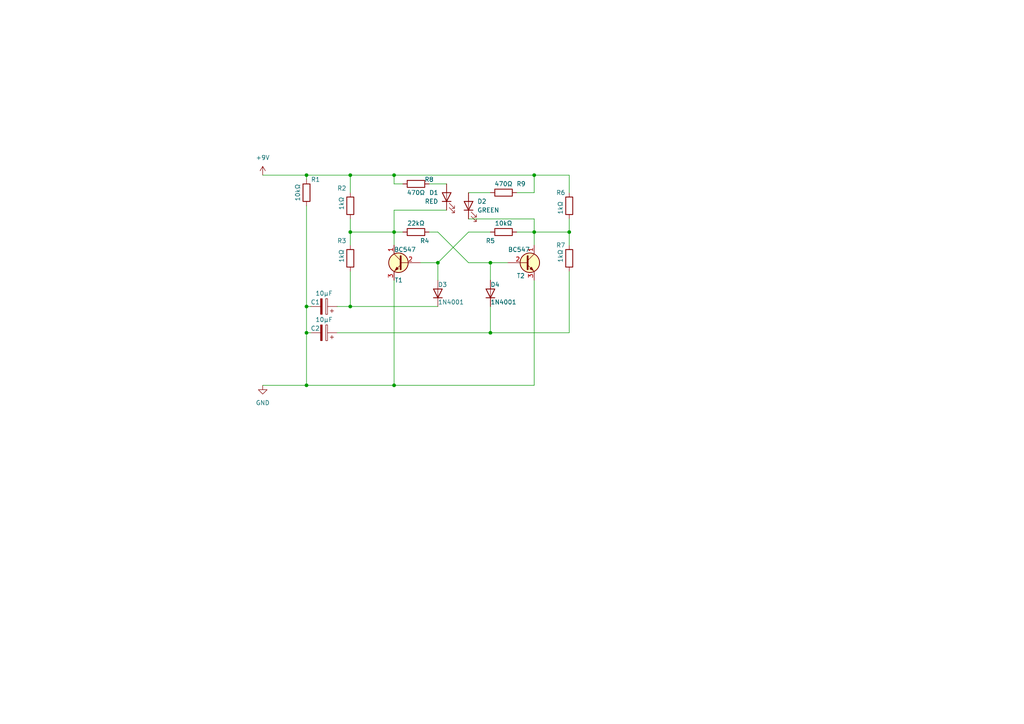
<source format=kicad_sch>
(kicad_sch (version 20230121) (generator eeschema)
  (paper "A4")
  (title_block (title "Semafór") (date "2025-04-02") (rev "1") (company "Piaristicka Stredná Odborná Škola") (comment 3 "Dominik Nagy") (comment 4 "Autor:"))
  (lib_symbols
    (symbol "Device:C_Polarized" (pin_numbers hide) (pin_names (offset 0.254))
      (property "Reference" "C" (at 0.635 2.54 0))
      (property "Value" "C_Polarized" (at 0.635 -2.54 0))
      (symbol "C_Polarized_0_1"
        (rectangle (start -2.286 0.508) (end 2.286 1.016))
        (polyline (pts (xy -1.778 2.286) (xy -0.762 2.286)))
        (polyline (pts (xy -1.27 2.794) (xy -1.27 1.778)))
        (rectangle (start 2.286 -0.508) (end -2.286 -1.016) (fill (type outline)))
      )
      (symbol "C_Polarized_1_1"
        (pin passive line (at 0 3.81 270) (length 2.794) (name "~") (number "1"))
        (pin passive line (at 0 -3.81 90) (length 2.794) (name "~") (number "2"))
      )
    )
    (symbol "Device:LED" (pin_numbers hide) (pin_names (offset 1.016) hide)
      (property "Reference" "D" (at 0 2.54 0))
      (property "Value" "LED" (at 0 -2.54 0))
      (symbol "LED_0_1"
        (polyline (pts (xy -1.27 -1.27) (xy -1.27 1.27)) (stroke (width 0.254)))
        (polyline (pts (xy -1.27 0) (xy 1.27 0)))
        (polyline (pts (xy 1.27 -1.27) (xy 1.27 1.27) (xy -1.27 0) (xy 1.27 -1.27)) (stroke (width 0.254)))
        (polyline (pts (xy -3.048 -0.762) (xy -4.572 -2.286) (xy -3.81 -2.286) (xy -4.572 -2.286) (xy -4.572 -1.524)))
        (polyline (pts (xy -1.778 -0.762) (xy -3.302 -2.286) (xy -2.54 -2.286) (xy -3.302 -2.286) (xy -3.302 -1.524)))
      )
      (symbol "LED_1_1"
        (pin passive line (at -3.81 0 0) (length 2.54) (name "K") (number "1"))
        (pin passive line (at 3.81 0 180) (length 2.54) (name "A") (number "2"))
      )
    )
    (symbol "Device:R" (pin_numbers hide) (pin_names (offset 0))
      (property "Reference" "R" (at 2.032 0 90))
      (property "Value" "R" (at 0 0 90))
      (symbol "R_0_1"
        (rectangle (start -1.016 -2.54) (end 1.016 2.54) (stroke (width 0.254)))
      )
      (symbol "R_1_1"
        (pin passive line (at 0 3.81 270) (length 1.27) (name "~") (number "1"))
        (pin passive line (at 0 -3.81 90) (length 1.27) (name "~") (number "2"))
      )
    )
    (symbol "Diode:1N4001" (pin_numbers hide) (pin_names hide)
      (property "Reference" "D" (at 0 2.54 0))
      (property "Value" "1N4001" (at 0 -2.54 0))
      (symbol "1N4001_0_1"
        (polyline (pts (xy -1.27 1.27) (xy -1.27 -1.27)) (stroke (width 0.254)))
        (polyline (pts (xy 1.27 0) (xy -1.27 0)))
        (polyline (pts (xy 1.27 1.27) (xy 1.27 -1.27) (xy -1.27 0) (xy 1.27 1.27)) (stroke (width 0.254)))
      )
      (symbol "1N4001_1_1"
        (pin passive line (at -3.81 0 0) (length 2.54) (name "K") (number "1"))
        (pin passive line (at 3.81 0 180) (length 2.54) (name "A") (number "2"))
      )
    )
    (symbol "PCM_4ms_Power-symbol:+9V" (power) (pin_names (offset 0))
      (property "Value" "+9V" (at 0 3.556 0))
      (symbol "+9V_0_1"
        (polyline (pts (xy -0.762 1.27) (xy 0 2.54)))
        (polyline (pts (xy 0 0) (xy 0 2.54)))
        (polyline (pts (xy 0 2.54) (xy 0.762 1.27)))
      )
      (symbol "+9V_1_1"
        (pin power_in line (at 0 0 90) (length 0) hide (name "+9V") (number "1"))
      )
    )
    (symbol "PCM_Transistor_BJT_AKL:BC547" (pin_names hide)
      (property "Reference" "Q" (at 5.08 1.27 0))
      (property "Value" "BC547" (at 5.08 -1.27 0))
      (symbol "BC547_0_1"
        (polyline (pts (xy 0.635 0.635) (xy 2.54 2.54)))
        (polyline (pts (xy 0.635 -0.635) (xy 2.54 -2.54) (xy 2.54 -2.54)))
        (polyline (pts (xy 0.635 1.905) (xy 0.635 -1.905) (xy 0.635 -1.905)) (stroke (width 0.508)))
        (polyline (pts (xy 1.27 -1.778) (xy 1.778 -1.27) (xy 2.286 -2.286) (xy 1.27 -1.778) (xy 1.27 -1.778)) (fill (type outline)))
        (circle (center 1.27 0) (radius 2.8194) (stroke (width 0.254)) (fill (type background)))
      )
      (symbol "BC547_1_1"
        (pin passive line (at 2.54 5.08 270) (length 2.54) (name "C") (number "1"))
        (pin input line (at -5.08 0 0) (length 5.715) (name "B") (number "2"))
        (pin passive line (at 2.54 -5.08 90) (length 2.54) (name "E") (number "3"))
      )
    )
    (symbol "power:GND" (power) (pin_names (offset 0))
      (property "Value" "GND" (at 0 -3.81 0))
      (symbol "GND_0_1"
        (polyline (pts (xy 0 0) (xy 0 -1.27) (xy 1.27 -1.27) (xy 0 -2.54) (xy -1.27 -1.27) (xy 0 -1.27)))
      )
      (symbol "GND_1_1"
        (pin power_in line (at 0 0 270) (length 0) hide (name "GND") (number "1"))
      )
    )
  )
  (junction (at 142.24 76.2))
  (junction (at 88.9 111.76))
  (junction (at 88.9 88.9))
  (junction (at 101.6 50.8))
  (junction (at 101.6 88.9))
  (junction (at 114.3 111.76))
  (junction (at 154.94 67.31))
  (junction (at 101.6 67.31))
  (junction (at 154.94 50.8))
  (junction (at 88.9 50.8))
  (junction (at 127 76.2))
  (junction (at 88.9 96.52))
  (junction (at 142.24 96.52))
  (junction (at 114.3 67.31))
  (junction (at 114.3 50.8))
  (junction (at 165.1 67.31))
  (wire (pts (xy 114.3 81.28) (xy 114.3 111.76)))
  (wire (pts (xy 114.3 50.8) (xy 114.3 53.34)))
  (wire (pts (xy 135.89 55.88) (xy 142.24 55.88)))
  (wire (pts (xy 101.6 88.9) (xy 127 88.9)))
  (wire (pts (xy 101.6 78.74) (xy 101.6 88.9)))
  (wire (pts (xy 114.3 111.76) (xy 154.94 111.76)))
  (wire (pts (xy 154.94 67.31) (xy 154.94 71.12)))
  (wire (pts (xy 114.3 50.8) (xy 154.94 50.8)))
  (wire (pts (xy 101.6 67.31) (xy 114.3 67.31)))
  (wire (pts (xy 101.6 50.8) (xy 101.6 55.88)))
  (wire (pts (xy 114.3 53.34) (xy 116.84 53.34)))
  (wire (pts (xy 97.79 88.9) (xy 101.6 88.9)))
  (wire (pts (xy 127 76.2) (xy 127 81.28)))
  (wire (pts (xy 121.92 76.2) (xy 127 76.2)))
  (wire (pts (xy 165.1 67.31) (xy 165.1 71.12)))
  (wire (pts (xy 142.24 88.9) (xy 142.24 96.52)))
  (wire (pts (xy 88.9 88.9) (xy 88.9 96.52)))
  (wire (pts (xy 135.89 67.31) (xy 127 76.2)))
  (wire (pts (xy 124.46 53.34) (xy 129.54 53.34)))
  (wire (pts (xy 88.9 96.52) (xy 88.9 111.76)))
  (wire (pts (xy 165.1 63.5) (xy 165.1 67.31)))
  (wire (pts (xy 88.9 50.8) (xy 101.6 50.8)))
  (wire (pts (xy 142.24 96.52) (xy 165.1 96.52)))
  (wire (pts (xy 165.1 50.8) (xy 165.1 55.88)))
  (wire (pts (xy 149.86 67.31) (xy 154.94 67.31)))
  (wire (pts (xy 76.2 111.76) (xy 88.9 111.76)))
  (wire (pts (xy 154.94 50.8) (xy 154.94 55.88)))
  (wire (pts (xy 101.6 67.31) (xy 101.6 71.12)))
  (wire (pts (xy 149.86 55.88) (xy 154.94 55.88)))
  (wire (pts (xy 88.9 59.69) (xy 88.9 88.9)))
  (wire (pts (xy 142.24 76.2) (xy 147.32 76.2)))
  (wire (pts (xy 135.89 67.31) (xy 142.24 67.31)))
  (wire (pts (xy 88.9 111.76) (xy 114.3 111.76)))
  (wire (pts (xy 76.2 50.8) (xy 88.9 50.8)))
  (wire (pts (xy 154.94 67.31) (xy 165.1 67.31)))
  (wire (pts (xy 135.89 76.2) (xy 142.24 76.2)))
  (wire (pts (xy 90.17 96.52) (xy 88.9 96.52)))
  (wire (pts (xy 165.1 78.74) (xy 165.1 96.52)))
  (wire (pts (xy 88.9 50.8) (xy 88.9 52.07)))
  (wire (pts (xy 101.6 50.8) (xy 114.3 50.8)))
  (wire (pts (xy 154.94 63.5) (xy 154.94 67.31)))
  (wire (pts (xy 101.6 63.5) (xy 101.6 67.31)))
  (wire (pts (xy 127 67.31) (xy 135.89 76.2)))
  (wire (pts (xy 114.3 67.31) (xy 116.84 67.31)))
  (wire (pts (xy 142.24 76.2) (xy 142.24 81.28)))
  (wire (pts (xy 114.3 60.96) (xy 114.3 67.31)))
  (wire (pts (xy 154.94 50.8) (xy 165.1 50.8)))
  (wire (pts (xy 154.94 81.28) (xy 154.94 111.76)))
  (wire (pts (xy 97.79 96.52) (xy 142.24 96.52)))
  (wire (pts (xy 124.46 67.31) (xy 127 67.31)))
  (wire (pts (xy 135.89 63.5) (xy 154.94 63.5)))
  (wire (pts (xy 114.3 60.96) (xy 129.54 60.96)))
  (wire (pts (xy 90.17 88.9) (xy 88.9 88.9)))
  (wire (pts (xy 114.3 67.31) (xy 114.3 71.12)))
  (symbol (lib_id "Device:LED") (at 129.54 57.15 90) (unit 1)
    (property "Reference" "D1" (at 124.46 55.88 90) (effects (justify right)))
    (property "Value" "RED" (at 123.19 58.42 90) (effects (justify right)))
    (property "Footprint" "LED_THT:LED_D5.0mm" (effects hide))
  )
  (symbol (lib_id "PCM_Transistor_BJT_AKL:BC547") (at 116.84 76.2 0) (mirror y) (unit 1)
    (property "Reference" "T1" (at 116.84 81.28 0) (effects (justify left)))
    (property "Value" "BC547" (at 120.65 72.39 0) (effects (justify left)))
    (property "Footprint" "Package_TO_SOT_THT:TO-92_Inline_Wide" (effects hide))
    (property "Datasheet" "https://www.tme.eu/Document/6c5d898a533a0762c2bc33eb26c283a8/BC546-550-DTE.pdf" (effects hide))
  )
  (symbol (lib_id "Device:R") (at 101.6 74.93 0) (unit 1)
    (property "Reference" "R3" (at 97.79 69.85 0) (effects (justify left)))
    (property "Value" "1kΩ" (at 99.06 76.2 90) (effects (justify left)))
    (property "Footprint" "Resistor_THT:R_Axial_DIN0207_L6.3mm_D2.5mm_P10.16mm_Horizontal" (effects hide))
  )
  (symbol (lib_id "Device:C_Polarized") (at 93.98 96.52 270) (mirror x) (unit 1)
    (property "Reference" "C2" (at 91.44 95.25 90))
    (property "Value" "10µF" (at 93.98 92.71 90))
    (property "Footprint" "Capacitor_THT:CP_Radial_D5.0mm_P2.50mm" (effects hide))
  )
  (symbol (lib_id "PCM_Transistor_BJT_AKL:BC547") (at 152.4 76.2 0) (unit 1)
    (property "Reference" "T2" (at 149.86 80.01 0) (effects (justify left)))
    (property "Value" "BC547" (at 147.32 72.39 0) (effects (justify left)))
    (property "Footprint" "Package_TO_SOT_THT:TO-92_Inline_Wide" (effects hide))
    (property "Datasheet" "https://www.tme.eu/Document/6c5d898a533a0762c2bc33eb26c283a8/BC546-550-DTE.pdf" (effects hide))
  )
  (symbol (lib_id "Device:C_Polarized") (at 93.98 88.9 270) (mirror x) (unit 1)
    (property "Reference" "C1" (at 91.44 87.63 90))
    (property "Value" "10µF" (at 93.98 85.09 90))
    (property "Footprint" "Capacitor_THT:CP_Radial_D5.0mm_P2.50mm" (effects hide))
  )
  (symbol (lib_id "Device:LED") (at 135.89 59.69 90) (unit 1)
    (property "Reference" "D2" (at 138.43 58.42 90) (effects (justify right)))
    (property "Value" "GREEN" (at 138.43 60.96 90) (effects (justify right)))
    (property "Footprint" "LED_THT:LED_D5.0mm" (effects hide))
  )
  (symbol (lib_id "Diode:1N4001") (at 127 85.09 90) (unit 1)
    (property "Reference" "D3" (at 127 82.55 90) (effects (justify right)))
    (property "Value" "1N4001" (at 127 87.63 90) (effects (justify right)))
    (property "Footprint" "Diode_THT:D_DO-41_SOD81_P10.16mm_Horizontal" (effects hide))
    (property "Datasheet" "http://www.vishay.com/docs/88503/1n4001.pdf" (effects hide))
    (property "Sim.Device" "D" (effects hide))
    (property "Sim.Pins" "1=K 2=A" (effects hide))
  )
  (symbol (lib_id "Device:R") (at 165.1 59.69 0) (unit 1)
    (property "Reference" "R6" (at 161.29 55.88 0) (effects (justify left)))
    (property "Value" "1kΩ" (at 162.56 62.23 90) (effects (justify left)))
    (property "Footprint" "Resistor_THT:R_Axial_DIN0207_L6.3mm_D2.5mm_P10.16mm_Horizontal" (effects hide))
  )
  (symbol (lib_id "Device:R") (at 120.65 53.34 90) (unit 1)
    (property "Reference" "R8" (at 124.46 52.07 90))
    (property "Value" "470Ω" (at 120.65 55.88 90))
    (property "Footprint" "Resistor_THT:R_Axial_DIN0207_L6.3mm_D2.5mm_P10.16mm_Horizontal" (effects hide))
  )
  (symbol (lib_id "Device:R") (at 88.9 55.88 180) (unit 1)
    (property "Reference" "R1" (at 90.17 52.07 0) (effects (justify right)))
    (property "Value" "10kΩ" (at 86.36 58.42 90) (effects (justify right)))
    (property "Footprint" "Resistor_THT:R_Axial_DIN0207_L6.3mm_D2.5mm_P10.16mm_Horizontal" (effects hide))
  )
  (symbol (lib_id "Device:R") (at 146.05 67.31 90) (unit 1)
    (property "Reference" "R5" (at 142.24 69.85 90))
    (property "Value" "10kΩ" (at 146.05 64.77 90))
    (property "Footprint" "Resistor_THT:R_Axial_DIN0207_L6.3mm_D2.5mm_P10.16mm_Horizontal" (effects hide))
  )
  (symbol (lib_id "PCM_4ms_Power-symbol:+9V") (at 76.2 50.8 0) (unit 1)
    (property "Reference" "#PWR01" (effects hide))
    (property "Value" "+9V" (at 76.2 45.72 0))
  )
  (symbol (lib_id "Diode:1N4001") (at 142.24 85.09 90) (unit 1)
    (property "Reference" "D4" (at 142.24 82.55 90) (effects (justify right)))
    (property "Value" "1N4001" (at 142.24 87.63 90) (effects (justify right)))
    (property "Footprint" "Diode_THT:D_DO-41_SOD81_P10.16mm_Horizontal" (effects hide))
    (property "Datasheet" "http://www.vishay.com/docs/88503/1n4001.pdf" (effects hide))
    (property "Sim.Device" "D" (effects hide))
    (property "Sim.Pins" "1=K 2=A" (effects hide))
  )
  (symbol (lib_id "power:GND") (at 76.2 111.76 0) (unit 1)
    (property "Reference" "#PWR02" (effects hide))
    (property "Value" "GND" (at 76.2 116.84 0))
  )
  (symbol (lib_id "Device:R") (at 120.65 67.31 90) (unit 1)
    (property "Reference" "R4" (at 123.19 69.85 90))
    (property "Value" "22kΩ" (at 120.65 64.77 90))
    (property "Footprint" "Resistor_THT:R_Axial_DIN0207_L6.3mm_D2.5mm_P10.16mm_Horizontal" (effects hide))
  )
  (symbol (lib_id "Device:R") (at 165.1 74.93 0) (unit 1)
    (property "Reference" "R7" (at 161.29 71.12 0) (effects (justify left)))
    (property "Value" "1kΩ" (at 162.56 76.2 90) (effects (justify left)))
    (property "Footprint" "Resistor_THT:R_Axial_DIN0207_L6.3mm_D2.5mm_P10.16mm_Horizontal" (effects hide))
  )
  (symbol (lib_id "Device:R") (at 101.6 59.69 0) (unit 1)
    (property "Reference" "R2" (at 97.79 54.61 0) (effects (justify left)))
    (property "Value" "1kΩ" (at 99.06 60.96 90) (effects (justify left)))
    (property "Footprint" "Resistor_THT:R_Axial_DIN0207_L6.3mm_D2.5mm_P10.16mm_Horizontal" (effects hide))
  )
  (symbol (lib_id "Device:R") (at 146.05 55.88 90) (unit 1)
    (property "Reference" "R9" (at 151.13 53.34 90))
    (property "Value" "470Ω" (at 146.05 53.34 90))
    (property "Footprint" "Resistor_THT:R_Axial_DIN0207_L6.3mm_D2.5mm_P10.16mm_Horizontal" (effects hide))
  )
)
</source>
